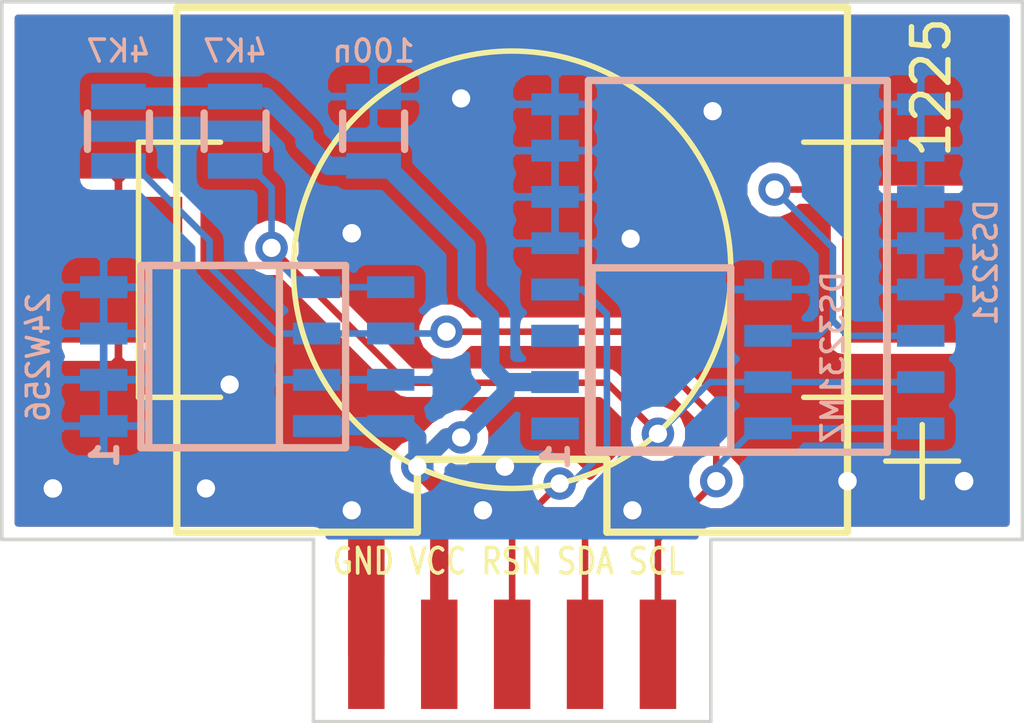
<source format=kicad_pcb>
(kicad_pcb (version 4) (host pcbnew 4.0.7-e2-6376~58~ubuntu14.04.1)

  (general
    (links 50)
    (no_connects 0)
    (area 45.949999 68.824999 82.266669 93.350001)
    (thickness 0.8)
    (drawings 12)
    (tracks 133)
    (zones 0)
    (modules 14)
    (nets 9)
  )

  (page A4)
  (title_block
    (title "RTC and FRAm")
    (date 2017-07-29)
    (rev 1)
    (comment 1 "Copyright © 2017 R Kilvington (eclrpk @ leeds.ac.uk)")
  )

  (layers
    (0 F.Cu signal)
    (31 B.Cu signal hide)
    (36 B.SilkS user hide)
    (37 F.SilkS user hide)
    (38 B.Mask user hide)
    (39 F.Mask user hide)
    (40 Dwgs.User user hide)
    (41 Cmts.User user hide)
    (44 Edge.Cuts user)
    (46 B.CrtYd user hide)
    (47 F.CrtYd user hide)
  )

  (setup
    (last_trace_width 1)
    (user_trace_width 0.299)
    (user_trace_width 0.4)
    (user_trace_width 0.5)
    (user_trace_width 0.6)
    (user_trace_width 0.7)
    (user_trace_width 0.8)
    (user_trace_width 0.9)
    (user_trace_width 1)
    (trace_clearance 0.2)
    (zone_clearance 0.3)
    (zone_45_only yes)
    (trace_min 0.18)
    (segment_width 0.2)
    (edge_width 0.1)
    (via_size 0.889)
    (via_drill 0.5)
    (via_min_size 0.889)
    (via_min_drill 0.5)
    (uvia_size 0.508)
    (uvia_drill 0.127)
    (uvias_allowed no)
    (uvia_min_size 0.508)
    (uvia_min_drill 0.127)
    (pcb_text_width 0.3)
    (pcb_text_size 0.8 0.8)
    (mod_edge_width 0.15)
    (mod_text_size 0.8 0.8)
    (mod_text_width 0.15)
    (pad_size 1.7272 1.7272)
    (pad_drill 1.016)
    (pad_to_mask_clearance 0.1)
    (solder_mask_min_width 0.1)
    (aux_axis_origin 47 70)
    (grid_origin 46 83.75)
    (visible_elements 7FFDEFFF)
    (pcbplotparams
      (layerselection 0x010f0_80000001)
      (usegerberextensions true)
      (excludeedgelayer true)
      (linewidth 0.100000)
      (plotframeref false)
      (viasonmask false)
      (mode 1)
      (useauxorigin false)
      (hpglpennumber 1)
      (hpglpenspeed 20)
      (hpglpendiameter 15)
      (hpglpenoverlay 2)
      (psnegative false)
      (psa4output false)
      (plotreference false)
      (plotvalue true)
      (plotinvisibletext false)
      (padsonsilk false)
      (subtractmaskfromsilk false)
      (outputformat 1)
      (mirror false)
      (drillshape 0)
      (scaleselection 1)
      (outputdirectory production/))
  )

  (net 0 "")
  (net 1 GND)
  (net 2 +3V3)
  (net 3 SCL-FRAM-RTC)
  (net 4 SDA-FRAM-RTC)
  (net 5 RESET_N)
  (net 6 "Net-(BT1-Pad1)")
  (net 7 "Net-(U1-Pad1)")
  (net 8 "Net-(U1-Pad3)")

  (net_class Default "This is the default net class."
    (clearance 0.2)
    (trace_width 0.18)
    (via_dia 0.889)
    (via_drill 0.5)
    (uvia_dia 0.508)
    (uvia_drill 0.127)
    (add_net GND)
    (add_net "Net-(BT1-Pad1)")
    (add_net "Net-(U1-Pad1)")
    (add_net "Net-(U1-Pad3)")
    (add_net RESET_N)
    (add_net SCL-FRAM-RTC)
    (add_net SDA-FRAM-RTC)
  )

  (net_class 0.5 ""
    (clearance 0.2)
    (trace_width 0.5)
    (via_dia 0.889)
    (via_drill 0.5)
    (uvia_dia 0.508)
    (uvia_drill 0.127)
    (add_net +3V3)
  )

  (module modules:GND_PLANE_VIA (layer F.Cu) (tedit 5B60DAD9) (tstamp 5B6DE49C)
    (at 47.4 82.35)
    (path /5B6DEC4C)
    (fp_text reference v5 (at 0 0.5) (layer F.SilkS) hide
      (effects (font (size 0.127 0.127) (thickness 0.03175)))
    )
    (fp_text value gnd_via (at 0 -0.5) (layer F.Fab) hide
      (effects (font (size 0.127 0.127) (thickness 0.03175)))
    )
    (pad 1 thru_hole circle (at 0 0) (size 0.889 0.889) (drill 0.508) (layers *.Cu)
      (net 1 GND) (zone_connect 2))
  )

  (module modules:GND_PLANE_VIA (layer F.Cu) (tedit 5B60DAD9) (tstamp 5B6DE497)
    (at 59.8 81.75)
    (path /5B6DEC29)
    (fp_text reference v4 (at 0 0.5) (layer F.SilkS) hide
      (effects (font (size 0.127 0.127) (thickness 0.03175)))
    )
    (fp_text value gnd_via (at 0 -0.5) (layer F.Fab) hide
      (effects (font (size 0.127 0.127) (thickness 0.03175)))
    )
    (pad 1 thru_hole circle (at 0 0) (size 0.889 0.889) (drill 0.508) (layers *.Cu)
      (net 1 GND) (zone_connect 2))
  )

  (module modules:GND_PLANE_VIA (layer F.Cu) (tedit 5B60DAD9) (tstamp 5B6DE492)
    (at 69.2 82.15)
    (path /5B6DEC06)
    (fp_text reference v3 (at 0 0.5) (layer F.SilkS) hide
      (effects (font (size 0.127 0.127) (thickness 0.03175)))
    )
    (fp_text value gnd_via (at 0 -0.5) (layer F.Fab) hide
      (effects (font (size 0.127 0.127) (thickness 0.03175)))
    )
    (pad 1 thru_hole circle (at 0 0) (size 0.889 0.889) (drill 0.508) (layers *.Cu)
      (net 1 GND) (zone_connect 2))
  )

  (module modules:GND_PLANE_VIA (layer F.Cu) (tedit 5B60DAD9) (tstamp 5B6DE48D)
    (at 72.4 82.15)
    (path /5B6DEBE3)
    (fp_text reference v2 (at 0 0.5) (layer F.SilkS) hide
      (effects (font (size 0.127 0.127) (thickness 0.03175)))
    )
    (fp_text value gnd_via (at 0 -0.5) (layer F.Fab) hide
      (effects (font (size 0.127 0.127) (thickness 0.03175)))
    )
    (pad 1 thru_hole circle (at 0 0) (size 0.889 0.889) (drill 0.508) (layers *.Cu)
      (net 1 GND) (zone_connect 2))
  )

  (module modules:GND_PLANE_VIA (layer F.Cu) (tedit 5B60DAD9) (tstamp 5B6DE488)
    (at 55.6 75.35)
    (path /5B6DEB81)
    (fp_text reference v1 (at 0 0.5) (layer F.SilkS) hide
      (effects (font (size 0.127 0.127) (thickness 0.03175)))
    )
    (fp_text value gnd_via (at 0 -0.5) (layer F.Fab) hide
      (effects (font (size 0.127 0.127) (thickness 0.03175)))
    )
    (pad 1 thru_hole circle (at 0 0) (size 0.889 0.889) (drill 0.508) (layers *.Cu)
      (net 1 GND) (zone_connect 2))
  )

  (module modules:MPD_BHSD-1225-SM locked (layer F.Cu) (tedit 5AE5A82D) (tstamp 597CED66)
    (at 60 76.35 180)
    (path /597A2EC4)
    (fp_text reference BT1 (at 11.25 5.5 180) (layer F.SilkS) hide
      (effects (font (size 1 1) (thickness 0.15)))
    )
    (fp_text value 1225 (at -11.5 5 270) (layer F.SilkS)
      (effects (font (size 1 1) (thickness 0.15)))
    )
    (fp_line (start -13 -7.3) (end -13 7.3) (layer F.CrtYd) (width 0.05))
    (fp_line (start 13 -7.3) (end 13 7.3) (layer F.CrtYd) (width 0.05))
    (fp_line (start -13 7.3) (end 13 7.3) (layer F.CrtYd) (width 0.05))
    (fp_line (start -13 -7.3) (end 13 -7.3) (layer F.CrtYd) (width 0.05))
    (fp_line (start 9.2 -7.2) (end 9.2 7.2) (layer F.SilkS) (width 0.2))
    (fp_line (start -9.2 -7.2) (end -9.2 7.2) (layer F.SilkS) (width 0.2))
    (fp_line (start 2.6 -7.2) (end 2.6 -5.2) (layer F.SilkS) (width 0.2))
    (fp_line (start -2.6 -7.2) (end -2.6 -5.2) (layer F.SilkS) (width 0.2))
    (fp_line (start -9.2 7.2) (end 9.2 7.2) (layer F.SilkS) (width 0.2))
    (fp_line (start 2.6 -7.2) (end 9.2 -7.2) (layer F.SilkS) (width 0.2))
    (fp_line (start -9.2 -7.2) (end -2.6 -7.2) (layer F.SilkS) (width 0.2))
    (fp_line (start 0 -5.2) (end 2.6 -5.2) (layer F.SilkS) (width 0.2))
    (fp_line (start 0 -5.2) (end -2.6 -5.2) (layer F.SilkS) (width 0.2))
    (fp_line (start -11.25 -4.25) (end -11.25 -6.25) (layer F.SilkS) (width 0.15))
    (fp_line (start -12.25 -5.25) (end -10.25 -5.25) (layer F.SilkS) (width 0.15))
    (fp_circle (center 0 0) (end 6 0) (layer F.SilkS) (width 0.15))
    (fp_line (start 8 3.5) (end 10.25 3.5) (layer F.SilkS) (width 0.15))
    (fp_line (start -10.25 3.5) (end -8 3.5) (layer F.SilkS) (width 0.15))
    (fp_line (start 8 -3.5) (end 10.25 -3.5) (layer F.SilkS) (width 0.15))
    (fp_line (start -10.25 -3.5) (end -8 -3.5) (layer F.SilkS) (width 0.15))
    (fp_line (start -10.25 -3.5) (end -10.25 0) (layer F.SilkS) (width 0.15))
    (fp_line (start 10.25 0) (end 10.25 3.5) (layer F.SilkS) (width 0.15))
    (fp_line (start -10.25 0) (end -10.25 3.5) (layer F.SilkS) (width 0.15))
    (fp_line (start 10.25 0) (end 10.25 -3.5) (layer F.SilkS) (width 0.15))
    (pad 2 smd rect (at 10.8 0 180) (size 3.5 4) (layers F.Cu F.Mask)
      (net 1 GND))
    (pad 1 smd rect (at -10.8 0 180) (size 3.5 4) (layers F.Cu F.Mask)
      (net 6 "Net-(BT1-Pad1)"))
  )

  (module modules:AVX_Card_Edge_5way_2mmPitch_0.8mmPCB (layer F.Cu) (tedit 5AC52EBB) (tstamp 5AC52BDA)
    (at 60 84)
    (path /597C9E4D)
    (fp_text reference J1 (at 0 7.2) (layer F.Fab) hide
      (effects (font (size 1 1) (thickness 0.15)))
    )
    (fp_text value CONN_01X05 (at 0 5.75) (layer F.Fab) hide
      (effects (font (size 1 1) (thickness 0.15)))
    )
    (fp_line (start -5.4 4.7) (end 5.4 4.7) (layer F.CrtYd) (width 0.05))
    (fp_line (start -5.4 4.7) (end 5.4 4.7) (layer B.CrtYd) (width 0.05))
    (fp_line (start -5.4 4.7) (end -5.4 0) (layer B.CrtYd) (width 0.05))
    (fp_line (start 5.4 4.7) (end 5.4 0) (layer B.CrtYd) (width 0.05))
    (fp_line (start 5.4 4.7) (end 5.4 0) (layer F.CrtYd) (width 0.05))
    (fp_line (start -5.4 4.7) (end -5.4 0) (layer F.CrtYd) (width 0.05))
    (pad 5 connect rect (at 4 2.9) (size 1 3) (layers F.Cu F.Mask)
      (net 3 SCL-FRAM-RTC))
    (pad 4 connect rect (at 2 2.9) (size 1 3) (layers F.Cu F.Mask)
      (net 4 SDA-FRAM-RTC))
    (pad 1 connect rect (at -4 2.9) (size 1 3) (layers F.Cu F.Mask)
      (net 1 GND))
    (pad 2 connect rect (at -2 2.9) (size 1 3) (layers F.Cu F.Mask)
      (net 2 +3V3))
    (pad 3 connect rect (at 0 2.9) (size 1 3) (layers F.Cu F.Mask)
      (net 5 RESET_N))
  )

  (module modules:SM0805 (layer B.Cu) (tedit 5BC76345) (tstamp 5989E087)
    (at 52.4 72.55 270)
    (descr "Resistor SMD 0805, reflow soldering, Vishay (see dcrcw.pdf)")
    (tags "resistor 0805")
    (path /58DABB4D)
    (attr smd)
    (fp_text reference R2 (at 0 1.8 270) (layer B.SilkS) hide
      (effects (font (size 0.6 0.6) (thickness 0.1)) (justify mirror))
    )
    (fp_text value 4K7 (at -2.2 0 360) (layer B.SilkS)
      (effects (font (size 0.6 0.6) (thickness 0.1)) (justify mirror))
    )
    (fp_line (start -1.8 1.25) (end -1.8 -1.25) (layer B.CrtYd) (width 0.05))
    (fp_line (start 1.8 1.25) (end 1.8 -1.25) (layer B.CrtYd) (width 0.05))
    (fp_line (start -1.8 -1.25) (end 1.8 -1.25) (layer B.CrtYd) (width 0.05))
    (fp_line (start -1.8 1.25) (end 1.8 1.25) (layer B.CrtYd) (width 0.05))
    (fp_line (start -0.5 -0.85) (end 0.5 -0.85) (layer B.SilkS) (width 0.2))
    (fp_line (start -0.5 0.85) (end 0.5 0.85) (layer B.SilkS) (width 0.2))
    (pad 1 smd rect (at -0.95 0 270) (size 0.7 1.5) (layers B.Cu B.Mask)
      (net 2 +3V3))
    (pad 2 smd rect (at 0.95 0 270) (size 0.7 1.5) (layers B.Cu B.Mask)
      (net 4 SDA-FRAM-RTC))
    (model ${KISYS3DMOD}/Resistors_SMD.3dshapes/R_0805.wrl
      (at (xyz 0 0 0))
      (scale (xyz 1 1 1))
      (rotate (xyz 0 0 0))
    )
  )

  (module modules:SM0805 (layer B.Cu) (tedit 5BC76347) (tstamp 5989E082)
    (at 49.2 72.55 270)
    (descr "Resistor SMD 0805, reflow soldering, Vishay (see dcrcw.pdf)")
    (tags "resistor 0805")
    (path /58DAB9B2)
    (attr smd)
    (fp_text reference R1 (at 0 1.8 270) (layer B.SilkS) hide
      (effects (font (size 0.6 0.6) (thickness 0.1)) (justify mirror))
    )
    (fp_text value 4K7 (at -2.2 0 360) (layer B.SilkS)
      (effects (font (size 0.6 0.6) (thickness 0.1)) (justify mirror))
    )
    (fp_line (start -1.8 1.25) (end -1.8 -1.25) (layer B.CrtYd) (width 0.05))
    (fp_line (start 1.8 1.25) (end 1.8 -1.25) (layer B.CrtYd) (width 0.05))
    (fp_line (start -1.8 -1.25) (end 1.8 -1.25) (layer B.CrtYd) (width 0.05))
    (fp_line (start -1.8 1.25) (end 1.8 1.25) (layer B.CrtYd) (width 0.05))
    (fp_line (start -0.5 -0.85) (end 0.5 -0.85) (layer B.SilkS) (width 0.2))
    (fp_line (start -0.5 0.85) (end 0.5 0.85) (layer B.SilkS) (width 0.2))
    (pad 1 smd rect (at -0.95 0 270) (size 0.7 1.5) (layers B.Cu B.Mask)
      (net 2 +3V3))
    (pad 2 smd rect (at 0.95 0 270) (size 0.7 1.5) (layers B.Cu B.Mask)
      (net 3 SCL-FRAM-RTC))
    (model ${KISYS3DMOD}/Resistors_SMD.3dshapes/R_0805.wrl
      (at (xyz 0 0 0))
      (scale (xyz 1 1 1))
      (rotate (xyz 0 0 0))
    )
  )

  (module modules:SM0805 (layer B.Cu) (tedit 5BC76342) (tstamp 5989E078)
    (at 56.2 72.55 90)
    (descr "Resistor SMD 0805, reflow soldering, Vishay (see dcrcw.pdf)")
    (tags "resistor 0805")
    (path /58DC1F2D)
    (attr smd)
    (fp_text reference C1 (at 0 1.8 90) (layer B.SilkS) hide
      (effects (font (size 0.6 0.6) (thickness 0.1)) (justify mirror))
    )
    (fp_text value 100n (at 2.2 0 180) (layer B.SilkS)
      (effects (font (size 0.6 0.6) (thickness 0.1)) (justify mirror))
    )
    (fp_line (start -1.8 1.25) (end -1.8 -1.25) (layer B.CrtYd) (width 0.05))
    (fp_line (start 1.8 1.25) (end 1.8 -1.25) (layer B.CrtYd) (width 0.05))
    (fp_line (start -1.8 -1.25) (end 1.8 -1.25) (layer B.CrtYd) (width 0.05))
    (fp_line (start -1.8 1.25) (end 1.8 1.25) (layer B.CrtYd) (width 0.05))
    (fp_line (start -0.5 -0.85) (end 0.5 -0.85) (layer B.SilkS) (width 0.2))
    (fp_line (start -0.5 0.85) (end 0.5 0.85) (layer B.SilkS) (width 0.2))
    (pad 1 smd rect (at -0.95 0 90) (size 0.7 1.5) (layers B.Cu B.Mask)
      (net 2 +3V3))
    (pad 2 smd rect (at 0.95 0 90) (size 0.7 1.5) (layers B.Cu B.Mask)
      (net 1 GND))
    (model ${KISYS3DMOD}/Resistors_SMD.3dshapes/R_0805.wrl
      (at (xyz 0 0 0))
      (scale (xyz 1 1 1))
      (rotate (xyz 0 0 0))
    )
  )

  (module modules:SO-8 (layer B.Cu) (tedit 5BC76CC0) (tstamp 5BC75B03)
    (at 64.0975 78.797 90)
    (path /58DC179A)
    (fp_text reference U1 (at 0 0 90) (layer B.SilkS) hide
      (effects (font (size 0.7 0.7) (thickness 0.15)) (justify mirror))
    )
    (fp_text value DS3231MZ (at 0.047 4.7025 90) (layer B.SilkS)
      (effects (font (size 0.6 0.6) (thickness 0.1)) (justify mirror))
    )
    (fp_line (start -3 4.3) (end -3 -4.3) (layer B.CrtYd) (width 0.05))
    (fp_line (start 3 4.3) (end 3 -4.3) (layer B.CrtYd) (width 0.05))
    (fp_line (start -2.5 1.9) (end -2.5 -1.9) (layer B.SilkS) (width 0.2))
    (fp_line (start 2.5 1.9) (end 2.5 -1.9) (layer B.SilkS) (width 0.2))
    (fp_line (start -2.5 1.9) (end 2.5 1.9) (layer B.SilkS) (width 0.2))
    (fp_line (start -2.5 -1.9) (end 2.5 -1.9) (layer B.SilkS) (width 0.2))
    (fp_line (start 3 4.3) (end -3 4.3) (layer B.CrtYd) (width 0.05))
    (fp_line (start -3 -4.3) (end 3 -4.3) (layer B.CrtYd) (width 0.05))
    (fp_text user 1 (at -2.7 -2.9 90) (layer B.SilkS)
      (effects (font (size 0.7 0.7) (thickness 0.15)) (justify mirror))
    )
    (pad 1 smd rect (at -1.905 -2.921 90) (size 0.6 1.3) (layers B.Cu B.Mask)
      (net 7 "Net-(U1-Pad1)"))
    (pad 2 smd rect (at -0.635 -2.921 90) (size 0.6 1.3) (layers B.Cu B.Mask)
      (net 2 +3V3))
    (pad 3 smd rect (at 0.635 -2.921 90) (size 0.6 1.3) (layers B.Cu B.Mask)
      (net 8 "Net-(U1-Pad3)"))
    (pad 4 smd rect (at 1.905 -2.921 90) (size 0.6 1.3) (layers B.Cu B.Mask)
      (net 5 RESET_N))
    (pad 5 smd rect (at 1.905 2.921 90) (size 0.6 1.3) (layers B.Cu B.Mask)
      (net 1 GND))
    (pad 6 smd rect (at 0.635 2.921 90) (size 0.6 1.3) (layers B.Cu B.Mask)
      (net 6 "Net-(BT1-Pad1)"))
    (pad 7 smd rect (at -0.635 2.921 90) (size 0.6 1.3) (layers B.Cu B.Mask)
      (net 4 SDA-FRAM-RTC))
    (pad 8 smd rect (at -1.905 2.921 90) (size 0.6 1.3) (layers B.Cu B.Mask)
      (net 3 SCL-FRAM-RTC))
    (model Housings_SOIC.3dshapes/SOIC-8_3.9x4.9mm_Pitch1.27mm.wrl
      (at (xyz 0 0 0))
      (scale (xyz 1 1 1))
      (rotate (xyz 0 0 270))
    )
  )

  (module modules:SO-8 (layer B.Cu) (tedit 5BC74E58) (tstamp 5BC75B18)
    (at 51.715 78.7335 90)
    (path /58DAA8E3)
    (fp_text reference U2 (at 0 0 90) (layer B.SilkS) hide
      (effects (font (size 0.7 0.7) (thickness 0.15)) (justify mirror))
    )
    (fp_text value MB85RC256V (at 0 -0.889 90) (layer B.SilkS) hide
      (effects (font (size 0.6 0.6) (thickness 0.1)) (justify mirror))
    )
    (fp_line (start -3 4.3) (end -3 -4.3) (layer B.CrtYd) (width 0.05))
    (fp_line (start 3 4.3) (end 3 -4.3) (layer B.CrtYd) (width 0.05))
    (fp_line (start -2.5 1.9) (end -2.5 -1.9) (layer B.SilkS) (width 0.2))
    (fp_line (start 2.5 1.9) (end 2.5 -1.9) (layer B.SilkS) (width 0.2))
    (fp_line (start -2.5 1.9) (end 2.5 1.9) (layer B.SilkS) (width 0.2))
    (fp_line (start -2.5 -1.9) (end 2.5 -1.9) (layer B.SilkS) (width 0.2))
    (fp_line (start 3 4.3) (end -3 4.3) (layer B.CrtYd) (width 0.05))
    (fp_line (start -3 -4.3) (end 3 -4.3) (layer B.CrtYd) (width 0.05))
    (fp_text user 1 (at -2.7 -2.9 90) (layer B.SilkS)
      (effects (font (size 0.7 0.7) (thickness 0.15)) (justify mirror))
    )
    (pad 1 smd rect (at -1.905 -2.921 90) (size 0.6 1.3) (layers B.Cu B.Mask)
      (net 1 GND))
    (pad 2 smd rect (at -0.635 -2.921 90) (size 0.6 1.3) (layers B.Cu B.Mask)
      (net 1 GND))
    (pad 3 smd rect (at 0.635 -2.921 90) (size 0.6 1.3) (layers B.Cu B.Mask)
      (net 1 GND))
    (pad 4 smd rect (at 1.905 -2.921 90) (size 0.6 1.3) (layers B.Cu B.Mask)
      (net 1 GND))
    (pad 5 smd rect (at 1.905 2.921 90) (size 0.6 1.3) (layers B.Cu B.Mask)
      (net 4 SDA-FRAM-RTC))
    (pad 6 smd rect (at 0.635 2.921 90) (size 0.6 1.3) (layers B.Cu B.Mask)
      (net 3 SCL-FRAM-RTC))
    (pad 7 smd rect (at -0.635 2.921 90) (size 0.6 1.3) (layers B.Cu B.Mask)
      (net 1 GND))
    (pad 8 smd rect (at -1.905 2.921 90) (size 0.6 1.3) (layers B.Cu B.Mask)
      (net 2 +3V3))
    (model Housings_SOIC.3dshapes/SOIC-8_3.9x4.9mm_Pitch1.27mm.wrl
      (at (xyz 0 0 0))
      (scale (xyz 1 1 1))
      (rotate (xyz 0 0 270))
    )
  )

  (module modules:SO-16-W (layer B.Cu) (tedit 5BC7636B) (tstamp 5BC75B35)
    (at 66.193 76.257 90)
    (descr "Module CMS SOJ 16 pins tres large")
    (tags "CMS SOJ")
    (path /597E2B59)
    (attr smd)
    (fp_text reference U3 (at 0 0 90) (layer B.SilkS) hide
      (effects (font (size 1 1) (thickness 0.15)) (justify mirror))
    )
    (fp_text value DS3231 (at 0.107 6.807 90) (layer B.SilkS)
      (effects (font (size 0.6 0.6) (thickness 0.1)) (justify mirror))
    )
    (fp_line (start -5.5 -6.4) (end 5.5 -6.4) (layer B.CrtYd) (width 0.05))
    (fp_line (start -5.5 6.4) (end 5.5 6.4) (layer B.CrtYd) (width 0.05))
    (fp_line (start -5.5 6.4) (end -5.5 -6.4) (layer B.CrtYd) (width 0.05))
    (fp_line (start 5.5 6.4) (end 5.5 -6.4) (layer B.CrtYd) (width 0.05))
    (fp_line (start 5.1 4.1) (end 5.1 -4.1) (layer B.SilkS) (width 0.2))
    (fp_line (start -5.1 4.1) (end -5.1 -4.1) (layer B.SilkS) (width 0.2))
    (fp_line (start -5.1 4.1) (end 5.1 4.1) (layer B.SilkS) (width 0.2))
    (fp_line (start -5.1 -4.1) (end 5.1 -4.1) (layer B.SilkS) (width 0.2))
    (fp_text user 1 (at -5.2 -5 90) (layer B.SilkS)
      (effects (font (size 0.7 0.7) (thickness 0.15)) (justify mirror))
    )
    (pad 9 smd rect (at 4.445 5.0165 90) (size 0.6 1.3) (layers B.Cu B.Mask)
      (net 1 GND))
    (pad 10 smd rect (at 3.175 5.0165 90) (size 0.6 1.3) (layers B.Cu B.Mask)
      (net 1 GND))
    (pad 11 smd rect (at 1.905 5.0165 90) (size 0.6 1.3) (layers B.Cu B.Mask)
      (net 1 GND))
    (pad 12 smd rect (at 0.635 5.0165 90) (size 0.6 1.3) (layers B.Cu B.Mask)
      (net 1 GND))
    (pad 13 smd rect (at -0.635 5.0165 90) (size 0.6 1.3) (layers B.Cu B.Mask)
      (net 1 GND))
    (pad 14 smd rect (at -1.905 5.0165 90) (size 0.6 1.3) (layers B.Cu B.Mask)
      (net 6 "Net-(BT1-Pad1)"))
    (pad 15 smd rect (at -3.175 5.0165 90) (size 0.6 1.3) (layers B.Cu B.Mask)
      (net 4 SDA-FRAM-RTC))
    (pad 16 smd rect (at -4.445 5.0165 90) (size 0.6 1.3) (layers B.Cu B.Mask)
      (net 3 SCL-FRAM-RTC))
    (pad 8 smd rect (at 4.445 -5.0165 90) (size 0.6 1.3) (layers B.Cu B.Mask)
      (net 1 GND))
    (pad 7 smd rect (at 3.175 -5.0165 90) (size 0.6 1.3) (layers B.Cu B.Mask)
      (net 1 GND))
    (pad 6 smd rect (at 1.905 -5.0165 90) (size 0.6 1.3) (layers B.Cu B.Mask)
      (net 1 GND))
    (pad 5 smd rect (at 0.635 -5.0165 90) (size 0.6 1.3) (layers B.Cu B.Mask)
      (net 1 GND))
    (pad 4 smd rect (at -0.635 -5.0165 90) (size 0.6 1.3) (layers B.Cu B.Mask)
      (net 5 RESET_N))
    (pad 3 smd rect (at -1.905 -5.0165 90) (size 0.6 1.3) (layers B.Cu B.Mask)
      (net 8 "Net-(U1-Pad3)"))
    (pad 2 smd rect (at -3.175 -5.0165 90) (size 0.6 1.3) (layers B.Cu B.Mask)
      (net 2 +3V3))
    (pad 1 smd rect (at -4.445 -5.0165 90) (size 0.6 1.3) (layers B.Cu B.Mask)
      (net 7 "Net-(U1-Pad1)"))
    (model SMD_Packages.3dshapes/SO-16-W.wrl
      (at (xyz 0 0 0))
      (scale (xyz 0.5 0.6 0.5))
      (rotate (xyz 0 0 0))
    )
  )

  (module modules:EIAJ-SOIC-8 (layer B.Cu) (tedit 5BC7637B) (tstamp 5BC75B4A)
    (at 52.731 78.7335 90)
    (path /5BBD0DF3)
    (fp_text reference U4 (at 0 0 90) (layer B.SilkS) hide
      (effects (font (size 0.7 0.7) (thickness 0.15)) (justify mirror))
    )
    (fp_text value 24W256 (at -0.0165 -5.731 90) (layer B.SilkS)
      (effects (font (size 0.6 0.6) (thickness 0.1)) (justify mirror))
    )
    (fp_line (start -3 -5.3) (end -3 5.3) (layer B.CrtYd) (width 0.05))
    (fp_line (start 3 5.3) (end 3 -5.3) (layer B.CrtYd) (width 0.05))
    (fp_line (start -3 5.3) (end 3 5.3) (layer B.CrtYd) (width 0.05))
    (fp_line (start -2.5 2.7) (end -2.5 -2.7) (layer B.SilkS) (width 0.2))
    (fp_line (start 2.5 2.7) (end 2.5 -2.7) (layer B.SilkS) (width 0.2))
    (fp_line (start -2.5 2.7) (end 2.5 2.7) (layer B.SilkS) (width 0.2))
    (fp_line (start -2.5 -2.7) (end 2.5 -2.7) (layer B.SilkS) (width 0.2))
    (fp_line (start -3 -5.3) (end 3 -5.3) (layer B.CrtYd) (width 0.05))
    (fp_text user 1 (at -2.7 -3.9 90) (layer B.SilkS)
      (effects (font (size 0.7 0.7) (thickness 0.15)) (justify mirror))
    )
    (pad 1 smd rect (at -1.905 -3.937 90) (size 0.6 1.3) (layers B.Cu B.Mask)
      (net 1 GND))
    (pad 2 smd rect (at -0.635 -3.937 90) (size 0.6 1.3) (layers B.Cu B.Mask)
      (net 1 GND))
    (pad 3 smd rect (at 0.635 -3.937 90) (size 0.6 1.3) (layers B.Cu B.Mask)
      (net 1 GND))
    (pad 4 smd rect (at 1.905 -3.937 90) (size 0.6 1.3) (layers B.Cu B.Mask)
      (net 1 GND))
    (pad 5 smd rect (at 1.905 3.937 90) (size 0.6 1.3) (layers B.Cu B.Mask)
      (net 4 SDA-FRAM-RTC))
    (pad 6 smd rect (at 0.635 3.937 90) (size 0.6 1.3) (layers B.Cu B.Mask)
      (net 3 SCL-FRAM-RTC))
    (pad 7 smd rect (at -0.635 3.937 90) (size 0.6 1.3) (layers B.Cu B.Mask)
      (net 1 GND))
    (pad 8 smd rect (at -1.905 3.937 90) (size 0.6 1.3) (layers B.Cu B.Mask)
      (net 2 +3V3))
  )

  (gr_line (start 54.55 83.75) (end 46 83.75) (angle 90) (layer Edge.Cuts) (width 0.1))
  (gr_line (start 65.45 83.75) (end 74 83.75) (angle 90) (layer Edge.Cuts) (width 0.1))
  (dimension 10.9 (width 0.2) (layer Cmts.User)
    (gr_text "10.900 mm" (at 60 92.55) (layer Cmts.User)
      (effects (font (size 0.8 0.8) (thickness 0.2)))
    )
    (feature1 (pts (xy 65.45 88.75) (xy 65.45 93.35)))
    (feature2 (pts (xy 54.55 88.75) (xy 54.55 93.35)))
    (crossbar (pts (xy 54.55 91.75) (xy 65.45 91.75)))
    (arrow1a (pts (xy 65.45 91.75) (xy 64.323496 92.336421)))
    (arrow1b (pts (xy 65.45 91.75) (xy 64.323496 91.163579)))
    (arrow2a (pts (xy 54.55 91.75) (xy 55.676504 92.336421)))
    (arrow2b (pts (xy 54.55 91.75) (xy 55.676504 91.163579)))
  )
  (gr_line (start 54.55 88.75) (end 65.45 88.75) (angle 90) (layer Edge.Cuts) (width 0.1))
  (dimension 10.8 (width 0.2) (layer Cmts.User)
    (gr_text "10.800 mm" (at 60 82.25) (layer Cmts.User)
      (effects (font (size 0.8 0.8) (thickness 0.2)))
    )
    (feature1 (pts (xy 65.4 83.75) (xy 65.4 81.45)))
    (feature2 (pts (xy 54.6 83.75) (xy 54.6 81.45)))
    (crossbar (pts (xy 54.6 83.05) (xy 65.4 83.05)))
    (arrow1a (pts (xy 65.4 83.05) (xy 64.273496 83.636421)))
    (arrow1b (pts (xy 65.4 83.05) (xy 64.273496 82.463579)))
    (arrow2a (pts (xy 54.6 83.05) (xy 55.726504 83.636421)))
    (arrow2b (pts (xy 54.6 83.05) (xy 55.726504 82.463579)))
  )
  (gr_line (start 54.55 83.75) (end 54.55 88.75) (angle 90) (layer Edge.Cuts) (width 0.1))
  (gr_line (start 65.45 83.75) (end 65.45 88.75) (angle 90) (layer Edge.Cuts) (width 0.1))
  (dimension 19.75 (width 0.2) (layer Cmts.User)
    (gr_text "19.750 mm" (at 78.8 78.875 270) (layer Cmts.User)
      (effects (font (size 0.8 0.8) (thickness 0.2)))
    )
    (feature1 (pts (xy 74.5 88.75) (xy 79.6 88.75)))
    (feature2 (pts (xy 74.5 69) (xy 79.6 69)))
    (crossbar (pts (xy 78 69) (xy 78 88.75)))
    (arrow1a (pts (xy 78 88.75) (xy 77.413579 87.623496)))
    (arrow1b (pts (xy 78 88.75) (xy 78.586421 87.623496)))
    (arrow2a (pts (xy 78 69) (xy 77.413579 70.126504)))
    (arrow2b (pts (xy 78 69) (xy 78.586421 70.126504)))
  )
  (gr_line (start 46 69) (end 46 83.75) (angle 90) (layer Edge.Cuts) (width 0.1))
  (gr_line (start 74 69) (end 74 83.75) (angle 90) (layer Edge.Cuts) (width 0.1))
  (gr_line (start 46 69) (end 74 69) (angle 90) (layer Edge.Cuts) (width 0.1))
  (gr_text "GND VCC RSN SDA SCL" (at 59.9 84.35) (layer F.SilkS)
    (effects (font (size 0.7 0.55) (thickness 0.1)))
  )

  (segment (start 52.044499 82.794499) (end 51.6 82.35) (width 0.18) (layer F.Cu) (net 1))
  (segment (start 52.2 82.95) (end 52.044499 82.794499) (width 0.18) (layer F.Cu) (net 1))
  (segment (start 55.6 82.95) (end 52.2 82.95) (width 0.18) (layer F.Cu) (net 1))
  (via (at 51.6 82.35) (size 0.889) (drill 0.5) (layers F.Cu B.Cu) (net 1))
  (via (at 63.3 82.95) (size 0.889) (drill 0.5) (layers F.Cu B.Cu) (net 1))
  (segment (start 59 82.95) (end 63.2 82.95) (width 0.18) (layer B.Cu) (net 1))
  (segment (start 56 83.35) (end 55.6 82.95) (width 1) (layer F.Cu) (net 1))
  (segment (start 56 86.9) (end 56 83.35) (width 1) (layer F.Cu) (net 1))
  (segment (start 59 82.95) (end 55.6 82.95) (width 0.18) (layer B.Cu) (net 1))
  (via (at 55.6 82.95) (size 0.889) (drill 0.5) (layers F.Cu B.Cu) (net 1))
  (via (at 59.2 82.95) (size 0.889) (drill 0.5) (layers F.Cu B.Cu) (net 1))
  (segment (start 58.6 71.65) (end 58.762 71.812) (width 0.18) (layer B.Cu) (net 1))
  (segment (start 58.762 71.812) (end 61.1765 71.812) (width 0.18) (layer B.Cu) (net 1) (tstamp 5BC772C0))
  (segment (start 56.2 71.6) (end 58.55 71.6) (width 0.18) (layer B.Cu) (net 1))
  (segment (start 58.55 71.6) (end 58.6 71.65) (width 0.18) (layer B.Cu) (net 1) (tstamp 5BC772A7))
  (via (at 58.6 71.65) (size 0.889) (drill 0.5) (layers F.Cu B.Cu) (net 1))
  (segment (start 52.25 79.5) (end 52.3815 79.3685) (width 0.18) (layer B.Cu) (net 1))
  (segment (start 52.3815 79.3685) (end 54.636 79.3685) (width 0.18) (layer B.Cu) (net 1) (tstamp 5BC761C5))
  (segment (start 63.25 75.5) (end 64.642 76.892) (width 0.18) (layer B.Cu) (net 1))
  (segment (start 64.642 76.892) (end 67.0185 76.892) (width 0.18) (layer B.Cu) (net 1) (tstamp 5BC75EEF))
  (segment (start 71.2095 71.812) (end 71.2095 73.082) (width 0.18) (layer B.Cu) (net 1))
  (segment (start 71.2095 73.082) (end 71.2095 74.352) (width 0.18) (layer B.Cu) (net 1) (tstamp 5BC75EDC))
  (segment (start 71.2095 74.352) (end 71.2095 75.622) (width 0.18) (layer B.Cu) (net 1) (tstamp 5BC75EDD))
  (segment (start 71.2095 75.622) (end 71.2095 76.892) (width 0.18) (layer B.Cu) (net 1) (tstamp 5BC75EDE))
  (segment (start 61.1765 71.812) (end 61.1765 73.082) (width 0.18) (layer B.Cu) (net 1))
  (segment (start 61.1765 73.082) (end 61.1765 74.352) (width 0.18) (layer B.Cu) (net 1) (tstamp 5BC75ED7))
  (segment (start 61.1765 74.352) (end 61.1765 75.622) (width 0.18) (layer B.Cu) (net 1) (tstamp 5BC75ED8))
  (segment (start 56.668 79.3685) (end 54.636 79.3685) (width 0.18) (layer B.Cu) (net 1))
  (segment (start 65.5 72) (end 65.688 71.812) (width 0.18) (layer B.Cu) (net 1))
  (segment (start 65.688 71.812) (end 71.2095 71.812) (width 0.18) (layer B.Cu) (net 1) (tstamp 5BC75ECA))
  (via (at 52.25 79.5) (size 0.889) (drill 0.5) (layers F.Cu B.Cu) (net 1))
  (segment (start 52.25 79.5) (end 50.8485 78.0985) (width 0.18) (layer B.Cu) (net 1))
  (segment (start 50.8485 78.0985) (end 48.794 78.0985) (width 0.18) (layer B.Cu) (net 1) (tstamp 5BC75EB8))
  (segment (start 48.794 76.8285) (end 48.794 78.0985) (width 0.18) (layer B.Cu) (net 1))
  (segment (start 48.794 78.0985) (end 48.794 79.3685) (width 0.18) (layer B.Cu) (net 1) (tstamp 5BC75EB3))
  (segment (start 48.794 79.3685) (end 48.794 80.6385) (width 0.18) (layer B.Cu) (net 1) (tstamp 5BC75EB4))
  (segment (start 63.25 75.5) (end 63.25 74.25) (width 0.18) (layer F.Cu) (net 1))
  (segment (start 63.25 74.25) (end 65.5 72) (width 0.18) (layer F.Cu) (net 1) (tstamp 5AE5DCA2))
  (via (at 63.25 75.5) (size 0.889) (drill 0.5) (layers F.Cu B.Cu) (net 1))
  (via (at 65.5 72) (size 0.889) (drill 0.5) (layers F.Cu B.Cu) (net 1))
  (segment (start 57.4 81.75) (end 57.4 80.95) (width 0.5) (layer B.Cu) (net 2))
  (segment (start 57.4 80.95) (end 57.0885 80.6385) (width 0.5) (layer B.Cu) (net 2))
  (segment (start 57.0885 80.6385) (end 56.668 80.6385) (width 0.5) (layer B.Cu) (net 2))
  (segment (start 57.4 81.75) (end 58.199976 80.950024) (width 0.5) (layer F.Cu) (net 2))
  (segment (start 58.199976 80.950024) (end 58.6 80.950024) (width 0.5) (layer F.Cu) (net 2))
  (segment (start 57.4 81.75) (end 58.2 80.95) (width 0.5) (layer B.Cu) (net 2))
  (segment (start 58.2 80.95) (end 58.599976 80.95) (width 0.5) (layer B.Cu) (net 2))
  (segment (start 58.599976 80.95) (end 58.6 80.950024) (width 0.5) (layer B.Cu) (net 2))
  (segment (start 59.044499 80.505525) (end 58.6 80.950024) (width 0.5) (layer B.Cu) (net 2))
  (segment (start 59.818 79.732024) (end 59.044499 80.505525) (width 0.5) (layer B.Cu) (net 2))
  (segment (start 59.818 79.432) (end 59.818 79.732024) (width 0.5) (layer B.Cu) (net 2))
  (via (at 58.6 80.950024) (size 0.889) (drill 0.5) (layers F.Cu B.Cu) (net 2))
  (segment (start 57.844499 82.194499) (end 57.4 81.75) (width 0.5) (layer F.Cu) (net 2))
  (segment (start 58 86.9) (end 58 82.35) (width 0.5) (layer F.Cu) (net 2))
  (segment (start 58 82.35) (end 57.844499 82.194499) (width 0.5) (layer F.Cu) (net 2))
  (via (at 57.4 81.75) (size 0.889) (drill 0.5) (layers F.Cu B.Cu) (net 2))
  (segment (start 52.4 71.6) (end 53.25 71.6) (width 0.5) (layer B.Cu) (net 2))
  (segment (start 53.25 71.6) (end 54.3 72.65) (width 0.5) (layer B.Cu) (net 2))
  (segment (start 54.3 72.65) (end 54.3 72.85) (width 0.5) (layer B.Cu) (net 2))
  (segment (start 54.3 72.85) (end 54.95 73.5) (width 0.5) (layer B.Cu) (net 2))
  (segment (start 54.95 73.5) (end 56.2 73.5) (width 0.5) (layer B.Cu) (net 2))
  (segment (start 59.818 79.432) (end 61.1765 79.432) (width 0.5) (layer B.Cu) (net 2))
  (segment (start 56.2 73.5) (end 56.55 73.5) (width 0.5) (layer B.Cu) (net 2))
  (segment (start 56.55 73.5) (end 58.75 75.7) (width 0.5) (layer B.Cu) (net 2))
  (segment (start 58.75 75.7) (end 58.75 77) (width 0.5) (layer B.Cu) (net 2))
  (segment (start 58.75 77) (end 59.4 77.65) (width 0.5) (layer B.Cu) (net 2))
  (segment (start 59.4 79.014) (end 59.818 79.432) (width 0.5) (layer B.Cu) (net 2))
  (segment (start 59.4 77.65) (end 59.4 79.014) (width 0.5) (layer B.Cu) (net 2))
  (segment (start 56.668 80.6385) (end 54.636 80.6385) (width 0.5) (layer B.Cu) (net 2))
  (segment (start 49.2 71.6) (end 52.4 71.6) (width 0.5) (layer B.Cu) (net 2))
  (segment (start 54.25 78.1) (end 53.55 78.1) (width 0.18) (layer B.Cu) (net 3))
  (segment (start 53.55 78.1) (end 51.7 76.25) (width 0.18) (layer B.Cu) (net 3) (tstamp 5BC77E55))
  (segment (start 51.7 76.25) (end 51.7 75.55) (width 0.18) (layer B.Cu) (net 3) (tstamp 5BC77E57))
  (segment (start 58.828617 78.05) (end 58.2 78.05) (width 0.18) (layer F.Cu) (net 3))
  (segment (start 65.6 80.45) (end 63.2 78.05) (width 0.18) (layer F.Cu) (net 3))
  (segment (start 58.1515 78.0985) (end 58.2 78.05) (width 0.18) (layer B.Cu) (net 3))
  (segment (start 56.668 78.0985) (end 58.1515 78.0985) (width 0.18) (layer B.Cu) (net 3))
  (segment (start 63.2 78.05) (end 58.828617 78.05) (width 0.18) (layer F.Cu) (net 3))
  (segment (start 65.6 82.15) (end 65.6 80.45) (width 0.18) (layer F.Cu) (net 3))
  (via (at 58.2 78.05) (size 0.889) (drill 0.5) (layers F.Cu B.Cu) (net 3))
  (segment (start 64 86.9) (end 64 83.75) (width 0.18) (layer F.Cu) (net 3))
  (segment (start 65.6 81.7705) (end 65.6 82.15) (width 0.18) (layer B.Cu) (net 3))
  (segment (start 64 83.75) (end 65.155501 82.594499) (width 0.18) (layer F.Cu) (net 3))
  (segment (start 66.6685 80.702) (end 65.6 81.7705) (width 0.18) (layer B.Cu) (net 3))
  (segment (start 67.0185 80.702) (end 66.6685 80.702) (width 0.18) (layer B.Cu) (net 3))
  (segment (start 65.155501 82.594499) (end 65.6 82.15) (width 0.18) (layer F.Cu) (net 3))
  (via (at 65.6 82.15) (size 0.889) (drill 0.5) (layers F.Cu B.Cu) (net 3))
  (segment (start 54.636 78.0985) (end 54.2485 78.0985) (width 0.18) (layer B.Cu) (net 3))
  (segment (start 54.2485 78.0985) (end 54.25 78.1) (width 0.18) (layer B.Cu) (net 3))
  (segment (start 51.7 75.55) (end 49.65 73.5) (width 0.18) (layer B.Cu) (net 3) (tstamp 5BC77E5A))
  (segment (start 49.65 73.5) (end 49.2 73.5) (width 0.18) (layer B.Cu) (net 3))
  (segment (start 67.0185 80.702) (end 71.2095 80.702) (width 0.18) (layer B.Cu) (net 3))
  (segment (start 56.668 78.0985) (end 54.636 78.0985) (width 0.18) (layer B.Cu) (net 3))
  (segment (start 53.4 75.75) (end 57.1 79.45) (width 0.18) (layer F.Cu) (net 4))
  (segment (start 57.1 79.45) (end 62.59999 79.45) (width 0.18) (layer F.Cu) (net 4))
  (segment (start 62.59999 79.45) (end 63.555501 80.405511) (width 0.18) (layer F.Cu) (net 4))
  (segment (start 63.555501 80.405511) (end 64 80.85001) (width 0.18) (layer F.Cu) (net 4))
  (segment (start 62 82.85001) (end 64 80.85001) (width 0.18) (layer F.Cu) (net 4))
  (segment (start 67.0185 79.432) (end 65.41801 79.432) (width 0.18) (layer B.Cu) (net 4))
  (segment (start 65.41801 79.432) (end 64 80.85001) (width 0.18) (layer B.Cu) (net 4))
  (via (at 64 80.85001) (size 0.889) (drill 0.5) (layers F.Cu B.Cu) (net 4))
  (segment (start 62 86.9) (end 62 82.85001) (width 0.18) (layer F.Cu) (net 4))
  (segment (start 53.4 75.75) (end 53.4 74.1) (width 0.18) (layer B.Cu) (net 4))
  (segment (start 53.4 74.1) (end 52.8 73.5) (width 0.18) (layer B.Cu) (net 4))
  (segment (start 52.8 73.5) (end 52.4 73.5) (width 0.18) (layer B.Cu) (net 4))
  (segment (start 54.286 76.8285) (end 53.4 75.9425) (width 0.18) (layer B.Cu) (net 4))
  (segment (start 54.636 76.8285) (end 54.286 76.8285) (width 0.18) (layer B.Cu) (net 4))
  (segment (start 53.4 75.9425) (end 53.4 75.75) (width 0.18) (layer B.Cu) (net 4))
  (via (at 53.4 75.75) (size 0.889) (drill 0.5) (layers F.Cu B.Cu) (net 4))
  (segment (start 67.0185 79.432) (end 71.2095 79.432) (width 0.18) (layer B.Cu) (net 4))
  (segment (start 56.668 76.8285) (end 54.636 76.8285) (width 0.18) (layer B.Cu) (net 4))
  (segment (start 61.303875 82.21549) (end 61.63451 82.21549) (width 0.18) (layer B.Cu) (net 5))
  (segment (start 61.63451 82.21549) (end 62.6 81.25) (width 0.18) (layer B.Cu) (net 5) (tstamp 5BC77F09))
  (segment (start 62.6 81.25) (end 62.6 80.919365) (width 0.18) (layer B.Cu) (net 5) (tstamp 5BC77F0B))
  (segment (start 62.6 77.5655) (end 62.6 80.919365) (width 0.18) (layer B.Cu) (net 5))
  (segment (start 61.9265 76.892) (end 62.6 77.5655) (width 0.18) (layer B.Cu) (net 5))
  (segment (start 60.859376 82.659989) (end 61.303875 82.21549) (width 0.18) (layer F.Cu) (net 5))
  (segment (start 60 83.519365) (end 60.859376 82.659989) (width 0.18) (layer F.Cu) (net 5))
  (segment (start 60 86.9) (end 60 83.519365) (width 0.18) (layer F.Cu) (net 5))
  (via (at 61.303875 82.21549) (size 0.889) (drill 0.5) (layers F.Cu B.Cu) (net 5))
  (segment (start 61.1765 76.892) (end 61.9265 76.892) (width 0.18) (layer B.Cu) (net 5))
  (segment (start 68.8 75.750004) (end 67.644495 74.594499) (width 0.18) (layer B.Cu) (net 6))
  (segment (start 68.8 77.75) (end 68.8 75.750004) (width 0.18) (layer B.Cu) (net 6))
  (segment (start 70.8 76.35) (end 70.8 76.1) (width 0.18) (layer F.Cu) (net 6))
  (segment (start 67.644495 74.594499) (end 67.199996 74.15) (width 0.18) (layer B.Cu) (net 6))
  (segment (start 67.828613 74.15) (end 67.199996 74.15) (width 0.18) (layer F.Cu) (net 6))
  (segment (start 68.85 74.15) (end 67.828613 74.15) (width 0.18) (layer F.Cu) (net 6))
  (via (at 67.199996 74.15) (size 0.889) (drill 0.5) (layers F.Cu B.Cu) (net 6))
  (segment (start 70.8 76.1) (end 68.85 74.15) (width 0.18) (layer F.Cu) (net 6))
  (segment (start 68.8 77.75) (end 69.212 78.162) (width 0.18) (layer B.Cu) (net 6))
  (segment (start 68.8 77.75) (end 68.388 78.162) (width 0.18) (layer B.Cu) (net 6) (tstamp 5BC7620F))
  (segment (start 67.0185 78.162) (end 68.388 78.162) (width 0.18) (layer B.Cu) (net 6))
  (segment (start 69.212 78.162) (end 71.2095 78.162) (width 0.18) (layer B.Cu) (net 6) (tstamp 5BC7621E))

  (zone (net 1) (net_name GND) (layer F.Cu) (tstamp 5AE44EF1) (hatch edge 0.508)
    (connect_pads (clearance 0.3))
    (min_thickness 0.2)
    (fill yes (arc_segments 16) (thermal_gap 0.5) (thermal_bridge_width 0.21))
    (polygon
      (pts
        (xy 46 69) (xy 74 69) (xy 74 83.75) (xy 46 83.75)
      )
    )
    (filled_polygon
      (pts
        (xy 73.55 83.3) (xy 65.45 83.3) (xy 65.277792 83.334254) (xy 65.131802 83.431802) (xy 65.034254 83.577792)
        (xy 65.019891 83.65) (xy 64.792964 83.65) (xy 65.448596 82.994368) (xy 65.767245 82.994647) (xy 66.077746 82.86635)
        (xy 66.315515 82.628996) (xy 66.444353 82.318718) (xy 66.444647 81.982755) (xy 66.31635 81.672254) (xy 66.09 81.445508)
        (xy 66.09 80.45) (xy 66.052701 80.262485) (xy 66.022974 80.217996) (xy 65.946483 80.103518) (xy 63.546482 77.703518)
        (xy 63.387515 77.597299) (xy 63.2 77.56) (xy 58.904117 77.56) (xy 58.678996 77.334485) (xy 58.368718 77.205647)
        (xy 58.032755 77.205353) (xy 57.722254 77.33365) (xy 57.484485 77.571004) (xy 57.355647 77.881282) (xy 57.355353 78.217245)
        (xy 57.48365 78.527746) (xy 57.721004 78.765515) (xy 58.031282 78.894353) (xy 58.367245 78.894647) (xy 58.677746 78.76635)
        (xy 58.904492 78.54) (xy 62.997036 78.54) (xy 65.11 80.652965) (xy 65.11 81.445883) (xy 64.884485 81.671004)
        (xy 64.755647 81.981282) (xy 64.755367 82.301669) (xy 63.653518 83.403518) (xy 63.547299 83.562485) (xy 63.529891 83.65)
        (xy 62.49 83.65) (xy 62.49 83.052974) (xy 63.848596 81.694378) (xy 64.167245 81.694657) (xy 64.477746 81.56636)
        (xy 64.715515 81.329006) (xy 64.844353 81.018728) (xy 64.844647 80.682765) (xy 64.71635 80.372264) (xy 64.478996 80.134495)
        (xy 64.168718 80.005657) (xy 63.848332 80.005377) (xy 62.946472 79.103518) (xy 62.787505 78.997299) (xy 62.59999 78.96)
        (xy 57.302964 78.96) (xy 54.244368 75.901404) (xy 54.244647 75.582755) (xy 54.11635 75.272254) (xy 53.878996 75.034485)
        (xy 53.568718 74.905647) (xy 53.232755 74.905353) (xy 52.922254 75.03365) (xy 52.684485 75.271004) (xy 52.555647 75.581282)
        (xy 52.555353 75.917245) (xy 52.68365 76.227746) (xy 52.921004 76.465515) (xy 53.231282 76.594353) (xy 53.551669 76.594633)
        (xy 56.753518 79.796482) (xy 56.912485 79.902701) (xy 57.1 79.94) (xy 62.397026 79.94) (xy 63.155632 80.698607)
        (xy 63.155367 81.001679) (xy 62.136908 82.020138) (xy 62.020225 81.737744) (xy 61.782871 81.499975) (xy 61.472593 81.371137)
        (xy 61.13663 81.370843) (xy 60.826129 81.49914) (xy 60.58836 81.736494) (xy 60.459522 82.046772) (xy 60.459242 82.367159)
        (xy 59.653518 83.172883) (xy 59.547299 83.33185) (xy 59.51 83.519365) (xy 59.51 83.65) (xy 58.65 83.65)
        (xy 58.65 82.35) (xy 58.600522 82.101256) (xy 58.521342 81.982755) (xy 58.45962 81.890381) (xy 58.319238 81.75)
        (xy 58.320755 81.748483) (xy 58.431282 81.794377) (xy 58.767245 81.794671) (xy 59.077746 81.666374) (xy 59.315515 81.42902)
        (xy 59.444353 81.118742) (xy 59.444647 80.782779) (xy 59.31635 80.472278) (xy 59.078996 80.234509) (xy 58.768718 80.105671)
        (xy 58.432755 80.105377) (xy 58.122254 80.233674) (xy 58.019908 80.335842) (xy 57.9925 80.341293) (xy 57.951231 80.349502)
        (xy 57.740357 80.490405) (xy 57.325328 80.905434) (xy 57.232755 80.905353) (xy 56.922254 81.03365) (xy 56.684485 81.271004)
        (xy 56.555647 81.581282) (xy 56.555353 81.917245) (xy 56.68365 82.227746) (xy 56.921004 82.465515) (xy 57.231282 82.594353)
        (xy 57.325196 82.594435) (xy 57.35 82.619239) (xy 57.35 83.65) (xy 54.980109 83.65) (xy 54.965746 83.577792)
        (xy 54.868198 83.431802) (xy 54.722208 83.334254) (xy 54.55 83.3) (xy 46.45 83.3) (xy 46.45 76.505)
        (xy 46.85 76.505) (xy 46.85 78.469348) (xy 46.941345 78.689873) (xy 47.110128 78.858656) (xy 47.330653 78.95)
        (xy 49.045 78.95) (xy 49.195 78.8) (xy 49.195 76.355) (xy 49.205 76.355) (xy 49.205 78.8)
        (xy 49.355 78.95) (xy 51.069347 78.95) (xy 51.289872 78.858656) (xy 51.458655 78.689873) (xy 51.55 78.469348)
        (xy 51.55 76.505) (xy 51.4 76.355) (xy 49.205 76.355) (xy 49.195 76.355) (xy 47 76.355)
        (xy 46.85 76.505) (xy 46.45 76.505) (xy 46.45 74.230652) (xy 46.85 74.230652) (xy 46.85 76.195)
        (xy 47 76.345) (xy 49.195 76.345) (xy 49.195 73.9) (xy 49.205 73.9) (xy 49.205 76.345)
        (xy 51.4 76.345) (xy 51.55 76.195) (xy 51.55 74.317245) (xy 66.355349 74.317245) (xy 66.483646 74.627746)
        (xy 66.721 74.865515) (xy 67.031278 74.994353) (xy 67.367241 74.994647) (xy 67.677742 74.86635) (xy 67.904488 74.64)
        (xy 68.642164 74.64) (xy 68.642164 78.35) (xy 68.670056 78.498231) (xy 68.75766 78.634372) (xy 68.891329 78.725704)
        (xy 69.05 78.757836) (xy 72.55 78.757836) (xy 72.698231 78.729944) (xy 72.834372 78.64234) (xy 72.925704 78.508671)
        (xy 72.957836 78.35) (xy 72.957836 74.35) (xy 72.929944 74.201769) (xy 72.84234 74.065628) (xy 72.708671 73.974296)
        (xy 72.55 73.942164) (xy 69.335128 73.942164) (xy 69.196482 73.803518) (xy 69.037515 73.697299) (xy 68.85 73.66)
        (xy 67.904113 73.66) (xy 67.678992 73.434485) (xy 67.368714 73.305647) (xy 67.032751 73.305353) (xy 66.72225 73.43365)
        (xy 66.484481 73.671004) (xy 66.355643 73.981282) (xy 66.355349 74.317245) (xy 51.55 74.317245) (xy 51.55 74.230652)
        (xy 51.458655 74.010127) (xy 51.289872 73.841344) (xy 51.069347 73.75) (xy 49.355 73.75) (xy 49.205 73.9)
        (xy 49.195 73.9) (xy 49.045 73.75) (xy 47.330653 73.75) (xy 47.110128 73.841344) (xy 46.941345 74.010127)
        (xy 46.85 74.230652) (xy 46.45 74.230652) (xy 46.45 69.45) (xy 73.55 69.45)
      )
    )
  )
  (zone (net 1) (net_name GND) (layer B.Cu) (tstamp 5AE44F28) (hatch edge 0.508)
    (connect_pads (clearance 0.3))
    (min_thickness 0.2)
    (fill yes (arc_segments 16) (thermal_gap 0.5) (thermal_bridge_width 0.21))
    (polygon
      (pts
        (xy 74 69) (xy 46 69) (xy 46 83.75) (xy 74 83.75)
      )
    )
    (filled_polygon
      (pts
        (xy 73.55 83.3) (xy 65.45 83.3) (xy 65.277792 83.334254) (xy 65.131802 83.431802) (xy 65.034254 83.577792)
        (xy 65.019891 83.65) (xy 54.980109 83.65) (xy 54.965746 83.577792) (xy 54.868198 83.431802) (xy 54.722208 83.334254)
        (xy 54.55 83.3) (xy 46.45 83.3) (xy 46.45 80.7935) (xy 47.544 80.7935) (xy 47.544 81.057847)
        (xy 47.635344 81.278372) (xy 47.804127 81.447155) (xy 48.024652 81.5385) (xy 48.639 81.5385) (xy 48.789 81.3885)
        (xy 48.789 80.6435) (xy 48.799 80.6435) (xy 48.799 81.3885) (xy 48.949 81.5385) (xy 49.563348 81.5385)
        (xy 49.783873 81.447155) (xy 49.952656 81.278372) (xy 50.044 81.057847) (xy 50.044 80.7935) (xy 49.894 80.6435)
        (xy 48.799 80.6435) (xy 48.789 80.6435) (xy 47.694 80.6435) (xy 47.544 80.7935) (xy 46.45 80.7935)
        (xy 46.45 79.5235) (xy 47.544 79.5235) (xy 47.544 79.787847) (xy 47.633326 80.0035) (xy 47.544 80.219153)
        (xy 47.544 80.4835) (xy 47.694 80.6335) (xy 48.789 80.6335) (xy 48.789 79.3735) (xy 48.799 79.3735)
        (xy 48.799 80.6335) (xy 49.894 80.6335) (xy 50.044 80.4835) (xy 50.044 80.219153) (xy 49.954674 80.0035)
        (xy 50.044 79.787847) (xy 50.044 79.5235) (xy 49.894 79.3735) (xy 48.799 79.3735) (xy 48.789 79.3735)
        (xy 47.694 79.3735) (xy 47.544 79.5235) (xy 46.45 79.5235) (xy 46.45 78.2535) (xy 47.544 78.2535)
        (xy 47.544 78.517847) (xy 47.633326 78.7335) (xy 47.544 78.949153) (xy 47.544 79.2135) (xy 47.694 79.3635)
        (xy 48.789 79.3635) (xy 48.789 78.1035) (xy 48.799 78.1035) (xy 48.799 79.3635) (xy 49.894 79.3635)
        (xy 50.044 79.2135) (xy 50.044 78.949153) (xy 49.954674 78.7335) (xy 50.044 78.517847) (xy 50.044 78.2535)
        (xy 49.894 78.1035) (xy 48.799 78.1035) (xy 48.789 78.1035) (xy 47.694 78.1035) (xy 47.544 78.2535)
        (xy 46.45 78.2535) (xy 46.45 76.9835) (xy 47.544 76.9835) (xy 47.544 77.247847) (xy 47.633326 77.4635)
        (xy 47.544 77.679153) (xy 47.544 77.9435) (xy 47.694 78.0935) (xy 48.789 78.0935) (xy 48.789 76.8335)
        (xy 48.799 76.8335) (xy 48.799 78.0935) (xy 49.894 78.0935) (xy 50.044 77.9435) (xy 50.044 77.679153)
        (xy 49.954674 77.4635) (xy 50.044 77.247847) (xy 50.044 76.9835) (xy 49.894 76.8335) (xy 48.799 76.8335)
        (xy 48.789 76.8335) (xy 47.694 76.8335) (xy 47.544 76.9835) (xy 46.45 76.9835) (xy 46.45 76.409153)
        (xy 47.544 76.409153) (xy 47.544 76.6735) (xy 47.694 76.8235) (xy 48.789 76.8235) (xy 48.789 76.0785)
        (xy 48.799 76.0785) (xy 48.799 76.8235) (xy 49.894 76.8235) (xy 50.044 76.6735) (xy 50.044 76.409153)
        (xy 49.952656 76.188628) (xy 49.783873 76.019845) (xy 49.563348 75.9285) (xy 48.949 75.9285) (xy 48.799 76.0785)
        (xy 48.789 76.0785) (xy 48.639 75.9285) (xy 48.024652 75.9285) (xy 47.804127 76.019845) (xy 47.635344 76.188628)
        (xy 47.544 76.409153) (xy 46.45 76.409153) (xy 46.45 71.25) (xy 48.042164 71.25) (xy 48.042164 71.95)
        (xy 48.070056 72.098231) (xy 48.15766 72.234372) (xy 48.291329 72.325704) (xy 48.45 72.357836) (xy 49.95 72.357836)
        (xy 50.098231 72.329944) (xy 50.222468 72.25) (xy 51.380532 72.25) (xy 51.491329 72.325704) (xy 51.65 72.357836)
        (xy 53.088598 72.357836) (xy 53.667192 72.936431) (xy 53.678112 72.991329) (xy 53.699478 73.098745) (xy 53.840381 73.309619)
        (xy 54.490381 73.95962) (xy 54.701256 74.100522) (xy 54.95 74.15) (xy 55.180532 74.15) (xy 55.291329 74.225704)
        (xy 55.45 74.257836) (xy 56.388598 74.257836) (xy 58.1 75.969239) (xy 58.1 77) (xy 58.122437 77.112799)
        (xy 58.140866 77.205448) (xy 58.032755 77.205353) (xy 57.722254 77.33365) (xy 57.569449 77.486188) (xy 57.536162 77.463445)
        (xy 57.602372 77.42084) (xy 57.693704 77.287171) (xy 57.725836 77.1285) (xy 57.725836 76.5285) (xy 57.697944 76.380269)
        (xy 57.61034 76.244128) (xy 57.476671 76.152796) (xy 57.318 76.120664) (xy 56.018 76.120664) (xy 55.869769 76.148556)
        (xy 55.733628 76.23616) (xy 55.663702 76.3385) (xy 55.639066 76.3385) (xy 55.57834 76.244128) (xy 55.444671 76.152796)
        (xy 55.286 76.120664) (xy 54.271128 76.120664) (xy 54.192957 76.042493) (xy 54.244353 75.918718) (xy 54.244647 75.582755)
        (xy 54.11635 75.272254) (xy 53.89 75.045508) (xy 53.89 74.1) (xy 53.852701 73.912485) (xy 53.746482 73.753518)
        (xy 53.557836 73.564872) (xy 53.557836 73.15) (xy 53.529944 73.001769) (xy 53.44234 72.865628) (xy 53.308671 72.774296)
        (xy 53.15 72.742164) (xy 51.65 72.742164) (xy 51.501769 72.770056) (xy 51.365628 72.85766) (xy 51.274296 72.991329)
        (xy 51.242164 73.15) (xy 51.242164 73.85) (xy 51.270056 73.998231) (xy 51.35766 74.134372) (xy 51.491329 74.225704)
        (xy 51.65 74.257836) (xy 52.864872 74.257836) (xy 52.91 74.302964) (xy 52.91 75.045883) (xy 52.684485 75.271004)
        (xy 52.555647 75.581282) (xy 52.555353 75.917245) (xy 52.68365 76.227746) (xy 52.921004 76.465515) (xy 53.231282 76.594353)
        (xy 53.359001 76.594465) (xy 53.578164 76.813628) (xy 53.578164 77.1285) (xy 53.606056 77.276731) (xy 53.69366 77.412872)
        (xy 53.767838 77.463555) (xy 53.701628 77.50616) (xy 53.680316 77.537352) (xy 52.19 76.047036) (xy 52.19 75.55)
        (xy 52.152701 75.362485) (xy 52.046482 75.203518) (xy 50.357836 73.514872) (xy 50.357836 73.15) (xy 50.329944 73.001769)
        (xy 50.24234 72.865628) (xy 50.108671 72.774296) (xy 49.95 72.742164) (xy 48.45 72.742164) (xy 48.301769 72.770056)
        (xy 48.165628 72.85766) (xy 48.074296 72.991329) (xy 48.042164 73.15) (xy 48.042164 73.85) (xy 48.070056 73.998231)
        (xy 48.15766 74.134372) (xy 48.291329 74.225704) (xy 48.45 74.257836) (xy 49.714872 74.257836) (xy 51.21 75.752964)
        (xy 51.21 76.25) (xy 51.247299 76.437515) (xy 51.353518 76.596482) (xy 53.203518 78.446482) (xy 53.362485 78.552701)
        (xy 53.55 78.59) (xy 53.615972 78.59) (xy 53.477344 78.728628) (xy 53.386 78.949153) (xy 53.386 79.2135)
        (xy 53.536 79.3635) (xy 54.631 79.3635) (xy 54.631 79.3435) (xy 54.641 79.3435) (xy 54.641 79.3635)
        (xy 56.663 79.3635) (xy 56.663 79.3435) (xy 56.673 79.3435) (xy 56.673 79.3635) (xy 57.768 79.3635)
        (xy 57.918 79.2135) (xy 57.918 78.949153) (xy 57.867055 78.82616) (xy 58.031282 78.894353) (xy 58.367245 78.894647)
        (xy 58.677746 78.76635) (xy 58.75 78.694222) (xy 58.75 79.014) (xy 58.773472 79.132) (xy 58.799478 79.262745)
        (xy 58.940381 79.473619) (xy 59.048774 79.582012) (xy 58.584883 80.045903) (xy 58.58488 80.045905) (xy 58.525327 80.105458)
        (xy 58.432755 80.105377) (xy 58.122254 80.233674) (xy 58.019932 80.335817) (xy 57.951255 80.349478) (xy 57.811859 80.44262)
        (xy 57.725836 80.356597) (xy 57.725836 80.3385) (xy 57.697944 80.190269) (xy 57.67712 80.157908) (xy 57.826656 80.008372)
        (xy 57.918 79.787847) (xy 57.918 79.5235) (xy 57.768 79.3735) (xy 56.673 79.3735) (xy 56.673 79.3935)
        (xy 56.663 79.3935) (xy 56.663 79.3735) (xy 54.641 79.3735) (xy 54.641 79.3935) (xy 54.631 79.3935)
        (xy 54.631 79.3735) (xy 53.536 79.3735) (xy 53.386 79.5235) (xy 53.386 79.787847) (xy 53.477344 80.008372)
        (xy 53.625926 80.156954) (xy 53.610296 80.179829) (xy 53.578164 80.3385) (xy 53.578164 80.9385) (xy 53.606056 81.086731)
        (xy 53.69366 81.222872) (xy 53.827329 81.314204) (xy 53.986 81.346336) (xy 55.286 81.346336) (xy 55.434231 81.318444)
        (xy 55.480765 81.2885) (xy 55.82171 81.2885) (xy 55.859329 81.314204) (xy 56.018 81.346336) (xy 56.653205 81.346336)
        (xy 56.555647 81.581282) (xy 56.555353 81.917245) (xy 56.68365 82.227746) (xy 56.921004 82.465515) (xy 57.231282 82.594353)
        (xy 57.567245 82.594647) (xy 57.877746 82.46635) (xy 58.115515 82.228996) (xy 58.244353 81.918718) (xy 58.244435 81.824803)
        (xy 58.320756 81.748483) (xy 58.431282 81.794377) (xy 58.767245 81.794671) (xy 59.077746 81.666374) (xy 59.315515 81.42902)
        (xy 59.444353 81.118742) (xy 59.444435 81.024828) (xy 59.504119 80.965144) (xy 59.504121 80.965141) (xy 60.131716 80.337547)
        (xy 60.118664 80.402) (xy 60.118664 81.002) (xy 60.146556 81.150231) (xy 60.23416 81.286372) (xy 60.367829 81.377704)
        (xy 60.5265 81.409836) (xy 61.04226 81.409836) (xy 60.826129 81.49914) (xy 60.58836 81.736494) (xy 60.459522 82.046772)
        (xy 60.459228 82.382735) (xy 60.587525 82.693236) (xy 60.824879 82.931005) (xy 61.135157 83.059843) (xy 61.47112 83.060137)
        (xy 61.781621 82.93184) (xy 62.01939 82.694486) (xy 62.140752 82.402212) (xy 62.946482 81.596482) (xy 63.052701 81.437515)
        (xy 63.09 81.25) (xy 63.09 81.017255) (xy 63.155353 81.017255) (xy 63.28365 81.327756) (xy 63.521004 81.565525)
        (xy 63.831282 81.694363) (xy 64.167245 81.694657) (xy 64.477746 81.56636) (xy 64.715515 81.329006) (xy 64.844353 81.018728)
        (xy 64.844633 80.698341) (xy 65.620974 79.922) (xy 66.015434 79.922) (xy 66.07616 80.016372) (xy 66.150338 80.067055)
        (xy 66.084128 80.10966) (xy 65.992796 80.243329) (xy 65.960664 80.402) (xy 65.960664 80.716872) (xy 65.329532 81.348004)
        (xy 65.122254 81.43365) (xy 64.884485 81.671004) (xy 64.755647 81.981282) (xy 64.755353 82.317245) (xy 64.88365 82.627746)
        (xy 65.121004 82.865515) (xy 65.431282 82.994353) (xy 65.767245 82.994647) (xy 66.077746 82.86635) (xy 66.315515 82.628996)
        (xy 66.444353 82.318718) (xy 66.444647 81.982755) (xy 66.338238 81.725226) (xy 66.653628 81.409836) (xy 67.6685 81.409836)
        (xy 67.816731 81.381944) (xy 67.952872 81.29434) (xy 68.022798 81.192) (xy 70.206434 81.192) (xy 70.26716 81.286372)
        (xy 70.400829 81.377704) (xy 70.5595 81.409836) (xy 71.8595 81.409836) (xy 72.007731 81.381944) (xy 72.143872 81.29434)
        (xy 72.235204 81.160671) (xy 72.267336 81.002) (xy 72.267336 80.402) (xy 72.239444 80.253769) (xy 72.15184 80.117628)
        (xy 72.077662 80.066945) (xy 72.143872 80.02434) (xy 72.235204 79.890671) (xy 72.267336 79.732) (xy 72.267336 79.132)
        (xy 72.239444 78.983769) (xy 72.15184 78.847628) (xy 72.077662 78.796945) (xy 72.143872 78.75434) (xy 72.235204 78.620671)
        (xy 72.267336 78.462) (xy 72.267336 77.862) (xy 72.239444 77.713769) (xy 72.21862 77.681408) (xy 72.368156 77.531872)
        (xy 72.4595 77.311347) (xy 72.4595 77.047) (xy 72.3095 76.897) (xy 71.2145 76.897) (xy 71.2145 76.917)
        (xy 71.2045 76.917) (xy 71.2045 76.897) (xy 70.1095 76.897) (xy 69.9595 77.047) (xy 69.9595 77.311347)
        (xy 70.050844 77.531872) (xy 70.190972 77.672) (xy 69.414964 77.672) (xy 69.29 77.547036) (xy 69.29 75.777)
        (xy 69.9595 75.777) (xy 69.9595 76.041347) (xy 70.048826 76.257) (xy 69.9595 76.472653) (xy 69.9595 76.737)
        (xy 70.1095 76.887) (xy 71.2045 76.887) (xy 71.2045 75.627) (xy 71.2145 75.627) (xy 71.2145 76.887)
        (xy 72.3095 76.887) (xy 72.4595 76.737) (xy 72.4595 76.472653) (xy 72.370174 76.257) (xy 72.4595 76.041347)
        (xy 72.4595 75.777) (xy 72.3095 75.627) (xy 71.2145 75.627) (xy 71.2045 75.627) (xy 70.1095 75.627)
        (xy 69.9595 75.777) (xy 69.29 75.777) (xy 69.29 75.750004) (xy 69.252701 75.562489) (xy 69.146482 75.403522)
        (xy 68.24996 74.507) (xy 69.9595 74.507) (xy 69.9595 74.771347) (xy 70.048826 74.987) (xy 69.9595 75.202653)
        (xy 69.9595 75.467) (xy 70.1095 75.617) (xy 71.2045 75.617) (xy 71.2045 74.357) (xy 71.2145 74.357)
        (xy 71.2145 75.617) (xy 72.3095 75.617) (xy 72.4595 75.467) (xy 72.4595 75.202653) (xy 72.370174 74.987)
        (xy 72.4595 74.771347) (xy 72.4595 74.507) (xy 72.3095 74.357) (xy 71.2145 74.357) (xy 71.2045 74.357)
        (xy 70.1095 74.357) (xy 69.9595 74.507) (xy 68.24996 74.507) (xy 68.044364 74.301404) (xy 68.044643 73.982755)
        (xy 67.916346 73.672254) (xy 67.678992 73.434485) (xy 67.368714 73.305647) (xy 67.032751 73.305353) (xy 66.72225 73.43365)
        (xy 66.484481 73.671004) (xy 66.355643 73.981282) (xy 66.355349 74.317245) (xy 66.483646 74.627746) (xy 66.721 74.865515)
        (xy 67.031278 74.994353) (xy 67.351665 74.994633) (xy 68.31 75.952968) (xy 68.31 77.547036) (xy 68.185036 77.672)
        (xy 68.037028 77.672) (xy 68.177156 77.531872) (xy 68.2685 77.311347) (xy 68.2685 77.047) (xy 68.1185 76.897)
        (xy 67.0235 76.897) (xy 67.0235 76.917) (xy 67.0135 76.917) (xy 67.0135 76.897) (xy 65.9185 76.897)
        (xy 65.7685 77.047) (xy 65.7685 77.311347) (xy 65.859844 77.531872) (xy 66.008426 77.680454) (xy 65.992796 77.703329)
        (xy 65.960664 77.862) (xy 65.960664 78.462) (xy 65.988556 78.610231) (xy 66.07616 78.746372) (xy 66.150338 78.797055)
        (xy 66.084128 78.83966) (xy 66.014202 78.942) (xy 65.41801 78.942) (xy 65.230495 78.979299) (xy 65.071528 79.085518)
        (xy 64.151404 80.005642) (xy 63.832755 80.005363) (xy 63.522254 80.13366) (xy 63.284485 80.371014) (xy 63.155647 80.681292)
        (xy 63.155353 81.017255) (xy 63.09 81.017255) (xy 63.09 77.5655) (xy 63.052701 77.377985) (xy 62.946482 77.219018)
        (xy 62.272982 76.545518) (xy 62.218774 76.509297) (xy 62.211879 76.472653) (xy 65.7685 76.472653) (xy 65.7685 76.737)
        (xy 65.9185 76.887) (xy 67.0135 76.887) (xy 67.0135 76.142) (xy 67.0235 76.142) (xy 67.0235 76.887)
        (xy 68.1185 76.887) (xy 68.2685 76.737) (xy 68.2685 76.472653) (xy 68.177156 76.252128) (xy 68.008373 76.083345)
        (xy 67.787848 75.992) (xy 67.1735 75.992) (xy 67.0235 76.142) (xy 67.0135 76.142) (xy 66.8635 75.992)
        (xy 66.249152 75.992) (xy 66.028627 76.083345) (xy 65.859844 76.252128) (xy 65.7685 76.472653) (xy 62.211879 76.472653)
        (xy 62.206444 76.443769) (xy 62.18562 76.411408) (xy 62.335156 76.261872) (xy 62.4265 76.041347) (xy 62.4265 75.777)
        (xy 62.2765 75.627) (xy 61.1815 75.627) (xy 61.1815 75.647) (xy 61.1715 75.647) (xy 61.1715 75.627)
        (xy 60.0765 75.627) (xy 59.9265 75.777) (xy 59.9265 76.041347) (xy 60.017844 76.261872) (xy 60.166426 76.410454)
        (xy 60.150796 76.433329) (xy 60.118664 76.592) (xy 60.118664 77.192) (xy 60.146556 77.340231) (xy 60.23416 77.476372)
        (xy 60.308338 77.527055) (xy 60.242128 77.56966) (xy 60.150796 77.703329) (xy 60.118664 77.862) (xy 60.118664 78.462)
        (xy 60.146556 78.610231) (xy 60.23416 78.746372) (xy 60.286303 78.782) (xy 60.087239 78.782) (xy 60.05 78.744762)
        (xy 60.05 77.65) (xy 60.000522 77.401256) (xy 59.993445 77.390664) (xy 59.85962 77.190381) (xy 59.4 76.730762)
        (xy 59.4 75.7) (xy 59.350522 75.451256) (xy 59.318627 75.403522) (xy 59.20962 75.240381) (xy 58.476239 74.507)
        (xy 59.9265 74.507) (xy 59.9265 74.771347) (xy 60.015826 74.987) (xy 59.9265 75.202653) (xy 59.9265 75.467)
        (xy 60.0765 75.617) (xy 61.1715 75.617) (xy 61.1715 74.357) (xy 61.1815 74.357) (xy 61.1815 75.617)
        (xy 62.2765 75.617) (xy 62.4265 75.467) (xy 62.4265 75.202653) (xy 62.337174 74.987) (xy 62.4265 74.771347)
        (xy 62.4265 74.507) (xy 62.2765 74.357) (xy 61.1815 74.357) (xy 61.1715 74.357) (xy 60.0765 74.357)
        (xy 59.9265 74.507) (xy 58.476239 74.507) (xy 57.357836 73.388598) (xy 57.357836 73.237) (xy 59.9265 73.237)
        (xy 59.9265 73.501347) (xy 60.015826 73.717) (xy 59.9265 73.932653) (xy 59.9265 74.197) (xy 60.0765 74.347)
        (xy 61.1715 74.347) (xy 61.1715 73.087) (xy 61.1815 73.087) (xy 61.1815 74.347) (xy 62.2765 74.347)
        (xy 62.4265 74.197) (xy 62.4265 73.932653) (xy 62.337174 73.717) (xy 62.4265 73.501347) (xy 62.4265 73.237)
        (xy 69.9595 73.237) (xy 69.9595 73.501347) (xy 70.048826 73.717) (xy 69.9595 73.932653) (xy 69.9595 74.197)
        (xy 70.1095 74.347) (xy 71.2045 74.347) (xy 71.2045 73.087) (xy 71.2145 73.087) (xy 71.2145 74.347)
        (xy 72.3095 74.347) (xy 72.4595 74.197) (xy 72.4595 73.932653) (xy 72.370174 73.717) (xy 72.4595 73.501347)
        (xy 72.4595 73.237) (xy 72.3095 73.087) (xy 71.2145 73.087) (xy 71.2045 73.087) (xy 70.1095 73.087)
        (xy 69.9595 73.237) (xy 62.4265 73.237) (xy 62.2765 73.087) (xy 61.1815 73.087) (xy 61.1715 73.087)
        (xy 60.0765 73.087) (xy 59.9265 73.237) (xy 57.357836 73.237) (xy 57.357836 73.15) (xy 57.329944 73.001769)
        (xy 57.24234 72.865628) (xy 57.108671 72.774296) (xy 56.95 72.742164) (xy 55.45 72.742164) (xy 55.301769 72.770056)
        (xy 55.202909 72.83367) (xy 54.932808 72.56357) (xy 54.900522 72.401256) (xy 54.900522 72.401255) (xy 54.759619 72.19038)
        (xy 54.324239 71.755) (xy 54.85 71.755) (xy 54.85 72.069347) (xy 54.941344 72.289872) (xy 55.110127 72.458655)
        (xy 55.330652 72.55) (xy 56.045 72.55) (xy 56.195 72.4) (xy 56.195 71.605) (xy 56.205 71.605)
        (xy 56.205 72.4) (xy 56.355 72.55) (xy 57.069348 72.55) (xy 57.289873 72.458655) (xy 57.458656 72.289872)
        (xy 57.55 72.069347) (xy 57.55 71.967) (xy 59.9265 71.967) (xy 59.9265 72.231347) (xy 60.015826 72.447)
        (xy 59.9265 72.662653) (xy 59.9265 72.927) (xy 60.0765 73.077) (xy 61.1715 73.077) (xy 61.1715 71.817)
        (xy 61.1815 71.817) (xy 61.1815 73.077) (xy 62.2765 73.077) (xy 62.4265 72.927) (xy 62.4265 72.662653)
        (xy 62.337174 72.447) (xy 62.4265 72.231347) (xy 62.4265 71.967) (xy 69.9595 71.967) (xy 69.9595 72.231347)
        (xy 70.048826 72.447) (xy 69.9595 72.662653) (xy 69.9595 72.927) (xy 70.1095 73.077) (xy 71.2045 73.077)
        (xy 71.2045 71.817) (xy 71.2145 71.817) (xy 71.2145 73.077) (xy 72.3095 73.077) (xy 72.4595 72.927)
        (xy 72.4595 72.662653) (xy 72.370174 72.447) (xy 72.4595 72.231347) (xy 72.4595 71.967) (xy 72.3095 71.817)
        (xy 71.2145 71.817) (xy 71.2045 71.817) (xy 70.1095 71.817) (xy 69.9595 71.967) (xy 62.4265 71.967)
        (xy 62.2765 71.817) (xy 61.1815 71.817) (xy 61.1715 71.817) (xy 60.0765 71.817) (xy 59.9265 71.967)
        (xy 57.55 71.967) (xy 57.55 71.755) (xy 57.4 71.605) (xy 56.205 71.605) (xy 56.195 71.605)
        (xy 55 71.605) (xy 54.85 71.755) (xy 54.324239 71.755) (xy 53.709619 71.140381) (xy 53.695061 71.130653)
        (xy 54.85 71.130653) (xy 54.85 71.445) (xy 55 71.595) (xy 56.195 71.595) (xy 56.195 70.8)
        (xy 56.205 70.8) (xy 56.205 71.595) (xy 57.4 71.595) (xy 57.55 71.445) (xy 57.55 71.392653)
        (xy 59.9265 71.392653) (xy 59.9265 71.657) (xy 60.0765 71.807) (xy 61.1715 71.807) (xy 61.1715 71.062)
        (xy 61.1815 71.062) (xy 61.1815 71.807) (xy 62.2765 71.807) (xy 62.4265 71.657) (xy 62.4265 71.392653)
        (xy 69.9595 71.392653) (xy 69.9595 71.657) (xy 70.1095 71.807) (xy 71.2045 71.807) (xy 71.2045 71.062)
        (xy 71.2145 71.062) (xy 71.2145 71.807) (xy 72.3095 71.807) (xy 72.4595 71.657) (xy 72.4595 71.392653)
        (xy 72.368156 71.172128) (xy 72.199373 71.003345) (xy 71.978848 70.912) (xy 71.3645 70.912) (xy 71.2145 71.062)
        (xy 71.2045 71.062) (xy 71.0545 70.912) (xy 70.440152 70.912) (xy 70.219627 71.003345) (xy 70.050844 71.172128)
        (xy 69.9595 71.392653) (xy 62.4265 71.392653) (xy 62.335156 71.172128) (xy 62.166373 71.003345) (xy 61.945848 70.912)
        (xy 61.3315 70.912) (xy 61.1815 71.062) (xy 61.1715 71.062) (xy 61.0215 70.912) (xy 60.407152 70.912)
        (xy 60.186627 71.003345) (xy 60.017844 71.172128) (xy 59.9265 71.392653) (xy 57.55 71.392653) (xy 57.55 71.130653)
        (xy 57.458656 70.910128) (xy 57.289873 70.741345) (xy 57.069348 70.65) (xy 56.355 70.65) (xy 56.205 70.8)
        (xy 56.195 70.8) (xy 56.045 70.65) (xy 55.330652 70.65) (xy 55.110127 70.741345) (xy 54.941344 70.910128)
        (xy 54.85 71.130653) (xy 53.695061 71.130653) (xy 53.498745 70.999478) (xy 53.45904 70.99158) (xy 53.44234 70.965628)
        (xy 53.308671 70.874296) (xy 53.15 70.842164) (xy 51.65 70.842164) (xy 51.501769 70.870056) (xy 51.377532 70.95)
        (xy 50.219468 70.95) (xy 50.108671 70.874296) (xy 49.95 70.842164) (xy 48.45 70.842164) (xy 48.301769 70.870056)
        (xy 48.165628 70.95766) (xy 48.074296 71.091329) (xy 48.042164 71.25) (xy 46.45 71.25) (xy 46.45 69.45)
        (xy 73.55 69.45)
      )
    )
  )
)

</source>
